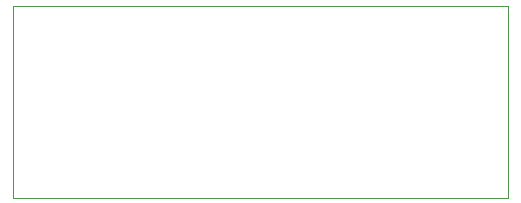
<source format=gm1>
G04 #@! TF.GenerationSoftware,KiCad,Pcbnew,9.0.3*
G04 #@! TF.CreationDate,2025-08-03T15:24:15-04:00*
G04 #@! TF.ProjectId,CH32V003A4M6,43483332-5630-4303-9341-344d362e6b69,rev?*
G04 #@! TF.SameCoordinates,Original*
G04 #@! TF.FileFunction,Profile,NP*
%FSLAX46Y46*%
G04 Gerber Fmt 4.6, Leading zero omitted, Abs format (unit mm)*
G04 Created by KiCad (PCBNEW 9.0.3) date 2025-08-03 15:24:15*
%MOMM*%
%LPD*%
G01*
G04 APERTURE LIST*
G04 #@! TA.AperFunction,Profile*
%ADD10C,0.100000*%
G04 #@! TD*
G04 APERTURE END LIST*
D10*
X127000000Y-113792000D02*
X168924000Y-113792000D01*
X168924000Y-130048000D01*
X127000000Y-130048000D01*
X127000000Y-113792000D01*
M02*

</source>
